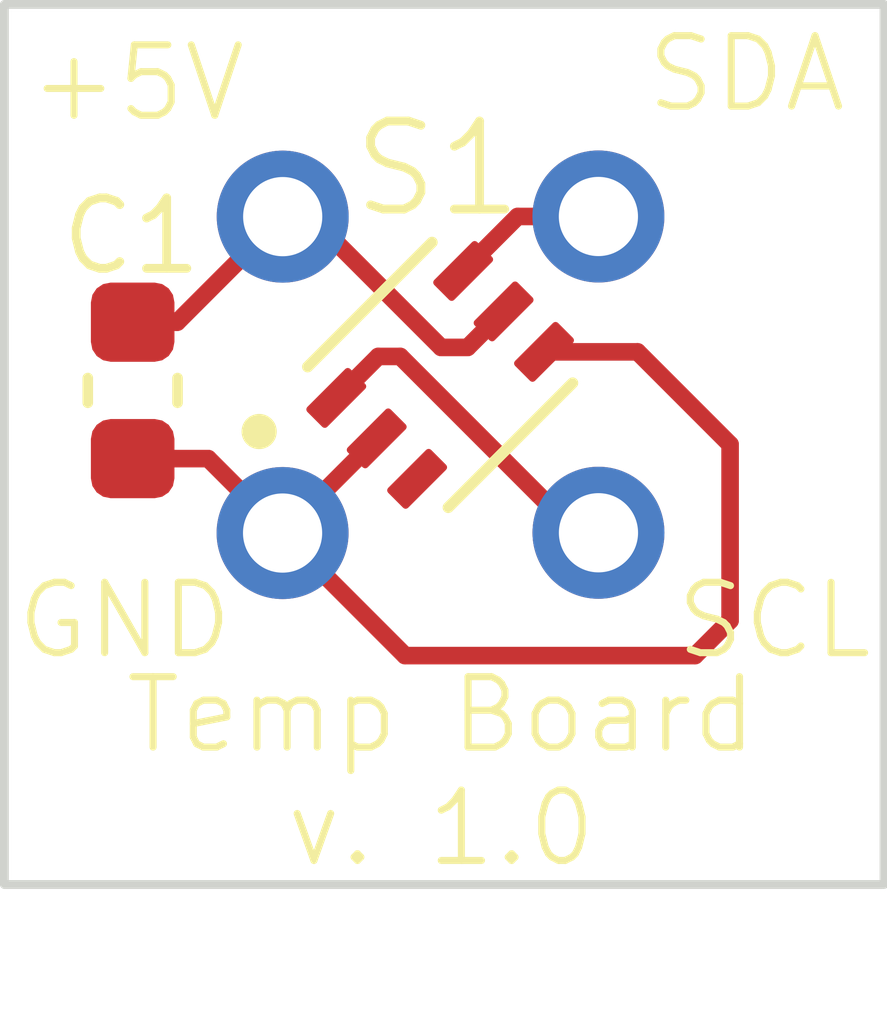
<source format=kicad_pcb>
(kicad_pcb (version 20241229) (generator "pcbnew") (generator_version "9.0")
  (layers (0 "F.Cu" signal) (2 "B.Cu" signal) (13 "F.Paste" user) (15 "B.Paste" user) (5 "F.SilkS" user "F.Silkscreen") (7 "B.SilkS" user "B.Silkscreen") (1 "F.Mask" user) (3 "B.Mask" user) (25 "Edge.Cuts" user))
  (property "PROJ_AUTHOR" "Sebastian Kopf")
  (property "PROJ_REV" "1.0")
  (property "PROJ_TITLE" "µLogger Temperature Board")
  (net 0 "")
  (net 1 "+5V")
  (net 2 "GND")
  (net 4 "/SCL")
  (net 5 "/SDA")
  (footprint "footprints:PIN_HEADERS_1X01" (layer "F.Cu") (at 141.413864 86.91139)
    (property "Reference" "J3" (hide yes))
    (property "Value" "+5V" (at -1.648871 -1.517695 0) (layer "F.SilkS") (effects (font (size 0.8 0.8) (thickness 0.08))))
    (pad "1" thru_hole circle (at 0 0) (size 1.5 1.5) (drill 0.9) (layers "*.Cu" "*.Mask") (net 1 "+5V"))
  )
  (footprint "footprints:C_0603" (layer "F.Cu") (at 139.70825 88.885752 -90)
    (property "Reference" "C1" (at -1.752057 0.013408 0) (layer "F.SilkS") (effects (font (size 0.8 0.8) (thickness 0.1))))
    (property "Value" "100nF")
    (fp_line (start -0.14058 0.51) (end 0.14058 0.51) (stroke (width 0.12)) (layer "F.SilkS"))
    (fp_line (start -0.14058 -0.51) (end 0.14058 -0.51) (stroke (width 0.12)) (layer "F.SilkS"))
    (pad "1" smd roundrect (at -0.775 0 270) (size 0.9 0.95) (layers "F.Cu" "F.Mask" "F.Paste") (net 1 "+5V"))
    (pad "2" smd roundrect (at 0.775 0 270) (size 0.9 0.95) (layers "F.Cu" "F.Mask" "F.Paste") (net 2 "GND"))
  )
  (footprint "footprints:WSON-6_2x2mm_nopad" (layer "F.Cu") (at 143.203799 88.709582 45)
    (property "Reference" "S1" (at 1.635568 -1.675987 0) (layer "F.SilkS") (effects (font (thickness 0.1))))
    (property "Value" "Temp sensor -55°C ~ 150°C" (hide yes))
    (fp_line (start -1 -1.13) (end 1 -1.13) (stroke (width 0.127)) (layer "F.SilkS"))
    (fp_line (start -1 1.13) (end 1 1.13) (stroke (width 0.127)) (layer "F.SilkS"))
    (fp_circle (center -1.91 -1) (end -1.81 -1) (stroke (width 0.2)) (fill no) (layer "F.SilkS"))
    (pad "1" smd roundrect (at -1.02 -0.649999 45) (size 0.69 0.32) (layers "F.Cu" "F.Mask" "F.Paste") (roundrect_rratio 0.125) (net 4 "/SCL"))
    (pad "2" smd roundrect (at -1.02 0 45) (size 0.69 0.32) (layers "F.Cu" "F.Mask" "F.Paste") (roundrect_rratio 0.125) (net 2 "GND"))
    (pad "3" smd roundrect (at -1.02 0.649999 45) (size 0.69 0.32) (layers "F.Cu" "F.Mask" "F.Paste") (roundrect_rratio 0.125))
    (pad "4" smd roundrect (at 1.02 0.649999 45) (size 0.69 0.32) (layers "F.Cu" "F.Mask" "F.Paste") (roundrect_rratio 0.125) (net 2 "GND"))
    (pad "5" smd roundrect (at 1.02 0 45) (size 0.69 0.32) (layers "F.Cu" "F.Mask" "F.Paste") (roundrect_rratio 0.125) (net 1 "+5V"))
    (pad "6" smd roundrect (at 1.02 -0.649999 45) (size 0.69 0.32) (layers "F.Cu" "F.Mask" "F.Paste") (roundrect_rratio 0.125) (net 5 "/SDA"))
  )
  (footprint "footprints:PIN_HEADERS_1X01" (layer "F.Cu") (at 145.002948 86.909768)
    (property "Reference" "J2" (hide yes))
    (property "Value" "SDA" (at 1.681692 -1.620521 0) (layer "F.SilkS") (effects (font (size 0.8 0.8) (thickness 0.08))))
    (pad "1" thru_hole circle (at 0 0) (size 1.5 1.5) (drill 0.9) (layers "*.Cu" "*.Mask") (net 5 "/SDA"))
  )
  (footprint "footprints:PIN_HEADERS_1X01" (layer "F.Cu") (at 145.00365 90.503341)
    (property "Reference" "J1" (hide yes))
    (property "Value" "SCL" (at 1.99635 0.996659 0) (layer "F.SilkS") (effects (font (size 0.8 0.8) (thickness 0.08))))
    (pad "1" thru_hole circle (at 0 0) (size 1.5 1.5) (drill 0.9) (layers "*.Cu" "*.Mask") (net 4 "/SCL"))
  )
  (footprint "footprints:PIN_HEADERS_1X01" (layer "F.Cu") (at 141.412488 90.506551)
    (property "Reference" "J4" (hide yes))
    (property "Value" "GND" (at -1.794364 0.993449 0) (layer "F.SilkS") (effects (font (size 0.8 0.8) (thickness 0.08))))
    (pad "1" thru_hole circle (at 0 0) (size 1.5 1.5) (drill 0.9) (layers "*.Cu" "*.Mask") (net 2 "GND"))
  )
  (gr_rect (start 138.25 84.5) (end 148.25 94.5) (stroke (width 0.1)) (fill no) (layer "Edge.Cuts"))
  (gr_text "Temp Board\nv. ${PROJ_REV}" (at 143.216423 93.216584 0) (layer "F.SilkS") (effects (font (size 0.8 0.8) (thickness 0.08))))
  (segment (start 143.515851 88.39753) (end 143.214784 88.39753) (width 0.2) (layer "F.Cu") (net 1))
  (segment (start 143.925048 87.988333) (end 143.515851 88.39753) (width 0.2) (layer "F.Cu") (net 1))
  (segment (start 141.728644 86.91139) (end 141.413864 86.91139) (width 0.2) (layer "F.Cu") (net 1))
  (segment (start 143.214784 88.39753) (end 141.728644 86.91139) (width 0.2) (layer "F.Cu") (net 1))
  (segment (start 139.70825 88.110752) (end 140.214502 88.110752) (width 0.2) (layer "F.Cu") (net 1))
  (segment (start 140.214502 88.110752) (end 141.413864 86.91139) (width 0.2) (layer "F.Cu") (net 1))
  (segment (start 142.804937 91.899) (end 141.412488 90.506551) (width 0.2) (layer "F.Cu") (net 2))
  (segment (start 139.70825 89.660752) (end 140.566689 89.660752) (width 0.2) (layer "F.Cu") (net 2))
  (segment (start 146.5 91.5) (end 146.101 91.899) (width 0.2) (layer "F.Cu") (net 2))
  (segment (start 146.5 89.5) (end 146.5 91.5) (width 0.2) (layer "F.Cu") (net 2))
  (segment (start 144.384667 88.447952) (end 145.447952 88.447952) (width 0.2) (layer "F.Cu") (net 2))
  (segment (start 142.48255 89.436489) (end 141.412488 90.506551) (width 0.2) (layer "F.Cu") (net 2))
  (segment (start 140.566689 89.660752) (end 141.412488 90.506551) (width 0.2) (layer "F.Cu") (net 2))
  (segment (start 146.101 91.899) (end 142.804937 91.899) (width 0.2) (layer "F.Cu") (net 2))
  (segment (start 142.48255 89.430831) (end 142.48255 89.436489) (width 0.2) (layer "F.Cu") (net 2))
  (segment (start 145.447952 88.447952) (end 146.5 89.5) (width 0.2) (layer "F.Cu") (net 2))
  (segment (start 142.5 88.5) (end 142.750154 88.5) (width 0.2) (layer "F.Cu") (net 4))
  (segment (start 142.028788 88.971212) (end 142.5 88.5) (width 0.2) (layer "F.Cu") (net 4))
  (segment (start 142.022931 88.971212) (end 142.028788 88.971212) (width 0.2) (layer "F.Cu") (net 4))
  (segment (start 142.750154 88.5) (end 144.753495 90.503341) (width 0.2) (layer "F.Cu") (net 4))
  (segment (start 144.753495 90.503341) (end 145.00365 90.503341) (width 0.2) (layer "F.Cu") (net 4))
  (segment (start 143.465429 87.528714) (end 144.084375 86.909768) (width 0.2) (layer "F.Cu") (net 5))
  (segment (start 144.084375 86.909768) (end 145.002948 86.909768) (width 0.2) (layer "F.Cu") (net 5))
)
</source>
